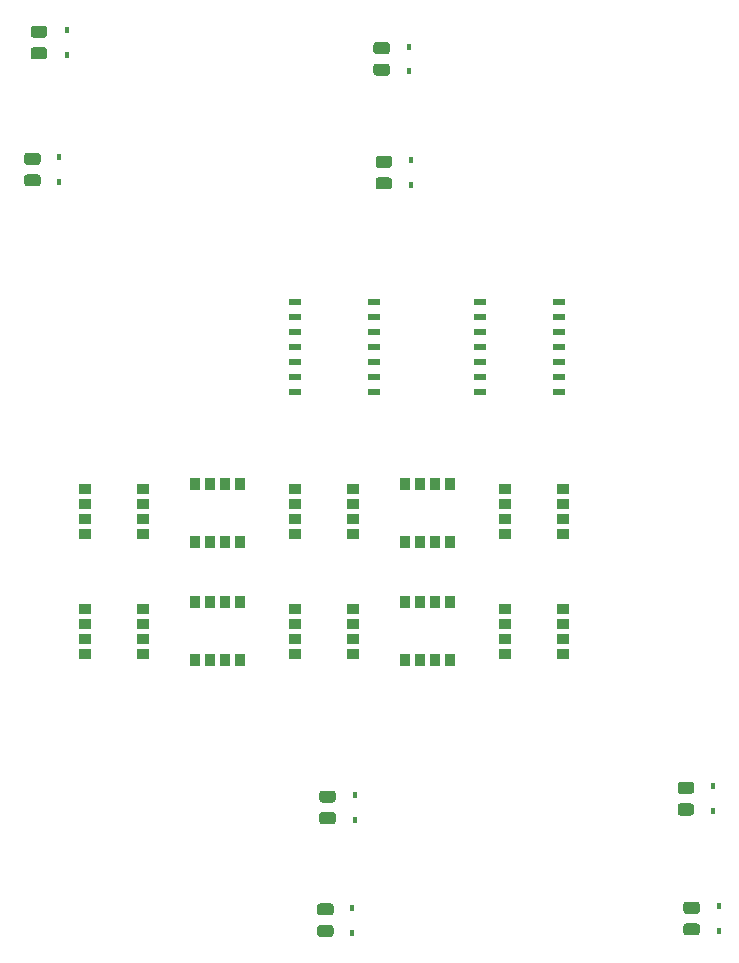
<source format=gbr>
%TF.GenerationSoftware,KiCad,Pcbnew,(5.1.7)-1*%
%TF.CreationDate,2020-11-19T14:16:26-06:00*%
%TF.ProjectId,SLEDBoard,534c4544-426f-4617-9264-2e6b69636164,v01*%
%TF.SameCoordinates,Original*%
%TF.FileFunction,Paste,Top*%
%TF.FilePolarity,Positive*%
%FSLAX46Y46*%
G04 Gerber Fmt 4.6, Leading zero omitted, Abs format (unit mm)*
G04 Created by KiCad (PCBNEW (5.1.7)-1) date 2020-11-19 14:16:26*
%MOMM*%
%LPD*%
G01*
G04 APERTURE LIST*
%ADD10R,1.100000X0.510000*%
%ADD11R,0.450000X0.600000*%
%ADD12R,1.100000X0.900000*%
%ADD13R,0.900000X1.100000*%
G04 APERTURE END LIST*
D10*
%TO.C,3SB1*%
X97485200Y-105410000D03*
X97485200Y-106680000D03*
X97485200Y-107950000D03*
X97485200Y-109220000D03*
X97485200Y-110490000D03*
X97485200Y-111760000D03*
X97485200Y-113030000D03*
X90785200Y-113030000D03*
X90785200Y-111760000D03*
X90785200Y-110490000D03*
X90785200Y-109220000D03*
X90785200Y-107950000D03*
X90785200Y-106680000D03*
X90785200Y-105410000D03*
%TD*%
%TO.C,3SB2*%
X75088000Y-105410000D03*
X75088000Y-106680000D03*
X75088000Y-107950000D03*
X75088000Y-109220000D03*
X75088000Y-110490000D03*
X75088000Y-111760000D03*
X75088000Y-113030000D03*
X81788000Y-113030000D03*
X81788000Y-111760000D03*
X81788000Y-110490000D03*
X81788000Y-109220000D03*
X81788000Y-107950000D03*
X81788000Y-106680000D03*
X81788000Y-105410000D03*
%TD*%
%TO.C,R18*%
G36*
G01*
X52964799Y-83868900D02*
X53864801Y-83868900D01*
G75*
G02*
X54114800Y-84118899I0J-249999D01*
G01*
X54114800Y-84643901D01*
G75*
G02*
X53864801Y-84893900I-249999J0D01*
G01*
X52964799Y-84893900D01*
G75*
G02*
X52714800Y-84643901I0J249999D01*
G01*
X52714800Y-84118899D01*
G75*
G02*
X52964799Y-83868900I249999J0D01*
G01*
G37*
G36*
G01*
X52964799Y-82043900D02*
X53864801Y-82043900D01*
G75*
G02*
X54114800Y-82293899I0J-249999D01*
G01*
X54114800Y-82818901D01*
G75*
G02*
X53864801Y-83068900I-249999J0D01*
G01*
X52964799Y-83068900D01*
G75*
G02*
X52714800Y-82818901I0J249999D01*
G01*
X52714800Y-82293899D01*
G75*
G02*
X52964799Y-82043900I249999J0D01*
G01*
G37*
%TD*%
%TO.C,R16*%
G36*
G01*
X52419699Y-92800100D02*
X53319701Y-92800100D01*
G75*
G02*
X53569700Y-93050099I0J-249999D01*
G01*
X53569700Y-93575101D01*
G75*
G02*
X53319701Y-93825100I-249999J0D01*
G01*
X52419699Y-93825100D01*
G75*
G02*
X52169700Y-93575101I0J249999D01*
G01*
X52169700Y-93050099D01*
G75*
G02*
X52419699Y-92800100I249999J0D01*
G01*
G37*
G36*
G01*
X52419699Y-94625100D02*
X53319701Y-94625100D01*
G75*
G02*
X53569700Y-94875099I0J-249999D01*
G01*
X53569700Y-95400101D01*
G75*
G02*
X53319701Y-95650100I-249999J0D01*
G01*
X52419699Y-95650100D01*
G75*
G02*
X52169700Y-95400101I0J249999D01*
G01*
X52169700Y-94875099D01*
G75*
G02*
X52419699Y-94625100I249999J0D01*
G01*
G37*
%TD*%
%TO.C,R14*%
G36*
G01*
X81990699Y-85256700D02*
X82890701Y-85256700D01*
G75*
G02*
X83140700Y-85506699I0J-249999D01*
G01*
X83140700Y-86031701D01*
G75*
G02*
X82890701Y-86281700I-249999J0D01*
G01*
X81990699Y-86281700D01*
G75*
G02*
X81740700Y-86031701I0J249999D01*
G01*
X81740700Y-85506699D01*
G75*
G02*
X81990699Y-85256700I249999J0D01*
G01*
G37*
G36*
G01*
X81990699Y-83431700D02*
X82890701Y-83431700D01*
G75*
G02*
X83140700Y-83681699I0J-249999D01*
G01*
X83140700Y-84206701D01*
G75*
G02*
X82890701Y-84456700I-249999J0D01*
G01*
X81990699Y-84456700D01*
G75*
G02*
X81740700Y-84206701I0J249999D01*
G01*
X81740700Y-83681699D01*
G75*
G02*
X81990699Y-83431700I249999J0D01*
G01*
G37*
%TD*%
%TO.C,R12*%
G36*
G01*
X82175299Y-94882300D02*
X83075301Y-94882300D01*
G75*
G02*
X83325300Y-95132299I0J-249999D01*
G01*
X83325300Y-95657301D01*
G75*
G02*
X83075301Y-95907300I-249999J0D01*
G01*
X82175299Y-95907300D01*
G75*
G02*
X81925300Y-95657301I0J249999D01*
G01*
X81925300Y-95132299D01*
G75*
G02*
X82175299Y-94882300I249999J0D01*
G01*
G37*
G36*
G01*
X82175299Y-93057300D02*
X83075301Y-93057300D01*
G75*
G02*
X83325300Y-93307299I0J-249999D01*
G01*
X83325300Y-93832301D01*
G75*
G02*
X83075301Y-94082300I-249999J0D01*
G01*
X82175299Y-94082300D01*
G75*
G02*
X81925300Y-93832301I0J249999D01*
G01*
X81925300Y-93307299D01*
G75*
G02*
X82175299Y-93057300I249999J0D01*
G01*
G37*
%TD*%
%TO.C,R10*%
G36*
G01*
X108228999Y-158034000D02*
X109129001Y-158034000D01*
G75*
G02*
X109379000Y-158283999I0J-249999D01*
G01*
X109379000Y-158809001D01*
G75*
G02*
X109129001Y-159059000I-249999J0D01*
G01*
X108228999Y-159059000D01*
G75*
G02*
X107979000Y-158809001I0J249999D01*
G01*
X107979000Y-158283999D01*
G75*
G02*
X108228999Y-158034000I249999J0D01*
G01*
G37*
G36*
G01*
X108228999Y-156209000D02*
X109129001Y-156209000D01*
G75*
G02*
X109379000Y-156458999I0J-249999D01*
G01*
X109379000Y-156984001D01*
G75*
G02*
X109129001Y-157234000I-249999J0D01*
G01*
X108228999Y-157234000D01*
G75*
G02*
X107979000Y-156984001I0J249999D01*
G01*
X107979000Y-156458999D01*
G75*
G02*
X108228999Y-156209000I249999J0D01*
G01*
G37*
%TD*%
%TO.C,R8*%
G36*
G01*
X107750999Y-147893000D02*
X108651001Y-147893000D01*
G75*
G02*
X108901000Y-148142999I0J-249999D01*
G01*
X108901000Y-148668001D01*
G75*
G02*
X108651001Y-148918000I-249999J0D01*
G01*
X107750999Y-148918000D01*
G75*
G02*
X107501000Y-148668001I0J249999D01*
G01*
X107501000Y-148142999D01*
G75*
G02*
X107750999Y-147893000I249999J0D01*
G01*
G37*
G36*
G01*
X107750999Y-146068000D02*
X108651001Y-146068000D01*
G75*
G02*
X108901000Y-146317999I0J-249999D01*
G01*
X108901000Y-146843001D01*
G75*
G02*
X108651001Y-147093000I-249999J0D01*
G01*
X107750999Y-147093000D01*
G75*
G02*
X107501000Y-146843001I0J249999D01*
G01*
X107501000Y-146317999D01*
G75*
G02*
X107750999Y-146068000I249999J0D01*
G01*
G37*
%TD*%
%TO.C,R6*%
G36*
G01*
X77221599Y-158178000D02*
X78121601Y-158178000D01*
G75*
G02*
X78371600Y-158427999I0J-249999D01*
G01*
X78371600Y-158953001D01*
G75*
G02*
X78121601Y-159203000I-249999J0D01*
G01*
X77221599Y-159203000D01*
G75*
G02*
X76971600Y-158953001I0J249999D01*
G01*
X76971600Y-158427999D01*
G75*
G02*
X77221599Y-158178000I249999J0D01*
G01*
G37*
G36*
G01*
X77221599Y-156353000D02*
X78121601Y-156353000D01*
G75*
G02*
X78371600Y-156602999I0J-249999D01*
G01*
X78371600Y-157128001D01*
G75*
G02*
X78121601Y-157378000I-249999J0D01*
G01*
X77221599Y-157378000D01*
G75*
G02*
X76971600Y-157128001I0J249999D01*
G01*
X76971600Y-156602999D01*
G75*
G02*
X77221599Y-156353000I249999J0D01*
G01*
G37*
%TD*%
%TO.C,R4*%
G36*
G01*
X77409399Y-148629000D02*
X78309401Y-148629000D01*
G75*
G02*
X78559400Y-148878999I0J-249999D01*
G01*
X78559400Y-149404001D01*
G75*
G02*
X78309401Y-149654000I-249999J0D01*
G01*
X77409399Y-149654000D01*
G75*
G02*
X77159400Y-149404001I0J249999D01*
G01*
X77159400Y-148878999D01*
G75*
G02*
X77409399Y-148629000I249999J0D01*
G01*
G37*
G36*
G01*
X77409399Y-146804000D02*
X78309401Y-146804000D01*
G75*
G02*
X78559400Y-147053999I0J-249999D01*
G01*
X78559400Y-147579001D01*
G75*
G02*
X78309401Y-147829000I-249999J0D01*
G01*
X77409399Y-147829000D01*
G75*
G02*
X77159400Y-147579001I0J249999D01*
G01*
X77159400Y-147053999D01*
G75*
G02*
X77409399Y-146804000I249999J0D01*
G01*
G37*
%TD*%
D11*
%TO.C,D1*%
X80145400Y-149279000D03*
X80145400Y-147179000D03*
%TD*%
%TO.C,D2*%
X79957600Y-156728000D03*
X79957600Y-158828000D03*
%TD*%
%TO.C,D3*%
X110487000Y-146443000D03*
X110487000Y-148543000D03*
%TD*%
%TO.C,D4*%
X110965000Y-158684000D03*
X110965000Y-156584000D03*
%TD*%
%TO.C,D5*%
X84911300Y-93432300D03*
X84911300Y-95532300D03*
%TD*%
%TO.C,D6*%
X84726700Y-83806700D03*
X84726700Y-85906700D03*
%TD*%
%TO.C,D7*%
X55155700Y-95275100D03*
X55155700Y-93175100D03*
%TD*%
%TO.C,D8*%
X55764000Y-84518900D03*
X55764000Y-82418900D03*
%TD*%
D12*
%TO.C,LED1*%
X62224920Y-125100080D03*
X62224920Y-123830080D03*
X62224920Y-122560080D03*
X62224920Y-121290080D03*
X57324920Y-125100080D03*
X57324920Y-123830080D03*
X57324920Y-122560080D03*
X57324920Y-121290080D03*
%TD*%
%TO.C,LED2*%
X57324920Y-131450080D03*
X57324920Y-132720080D03*
X57324920Y-133990080D03*
X57324920Y-135260080D03*
X62224920Y-131450080D03*
X62224920Y-132720080D03*
X62224920Y-133990080D03*
X62224920Y-135260080D03*
%TD*%
D13*
%TO.C,LED3*%
X70479920Y-120824920D03*
X69209920Y-120824920D03*
X67939920Y-120824920D03*
X66669920Y-120824920D03*
X70479920Y-125724920D03*
X69209920Y-125724920D03*
X67939920Y-125724920D03*
X66669920Y-125724920D03*
%TD*%
%TO.C,LED4*%
X70490080Y-130815080D03*
X69220080Y-130815080D03*
X67950080Y-130815080D03*
X66680080Y-130815080D03*
X70490080Y-135715080D03*
X69220080Y-135715080D03*
X67950080Y-135715080D03*
X66680080Y-135715080D03*
%TD*%
D12*
%TO.C,LED5*%
X80004920Y-125100080D03*
X80004920Y-123830080D03*
X80004920Y-122560080D03*
X80004920Y-121290080D03*
X75104920Y-125100080D03*
X75104920Y-123830080D03*
X75104920Y-122560080D03*
X75104920Y-121290080D03*
%TD*%
%TO.C,LED6*%
X75104920Y-131450080D03*
X75104920Y-132720080D03*
X75104920Y-133990080D03*
X75104920Y-135260080D03*
X80004920Y-131450080D03*
X80004920Y-132720080D03*
X80004920Y-133990080D03*
X80004920Y-135260080D03*
%TD*%
D13*
%TO.C,LED7*%
X88259920Y-120824920D03*
X86989920Y-120824920D03*
X85719920Y-120824920D03*
X84449920Y-120824920D03*
X88259920Y-125724920D03*
X86989920Y-125724920D03*
X85719920Y-125724920D03*
X84449920Y-125724920D03*
%TD*%
%TO.C,LED8*%
X84460080Y-135715080D03*
X85730080Y-135715080D03*
X87000080Y-135715080D03*
X88270080Y-135715080D03*
X84460080Y-130815080D03*
X85730080Y-130815080D03*
X87000080Y-130815080D03*
X88270080Y-130815080D03*
%TD*%
D12*
%TO.C,LED9*%
X97784920Y-125100080D03*
X97784920Y-123830080D03*
X97784920Y-122560080D03*
X97784920Y-121290080D03*
X92884920Y-125100080D03*
X92884920Y-123830080D03*
X92884920Y-122560080D03*
X92884920Y-121290080D03*
%TD*%
%TO.C,LED10*%
X97784920Y-135260080D03*
X97784920Y-133990080D03*
X97784920Y-132720080D03*
X97784920Y-131450080D03*
X92884920Y-135260080D03*
X92884920Y-133990080D03*
X92884920Y-132720080D03*
X92884920Y-131450080D03*
%TD*%
M02*

</source>
